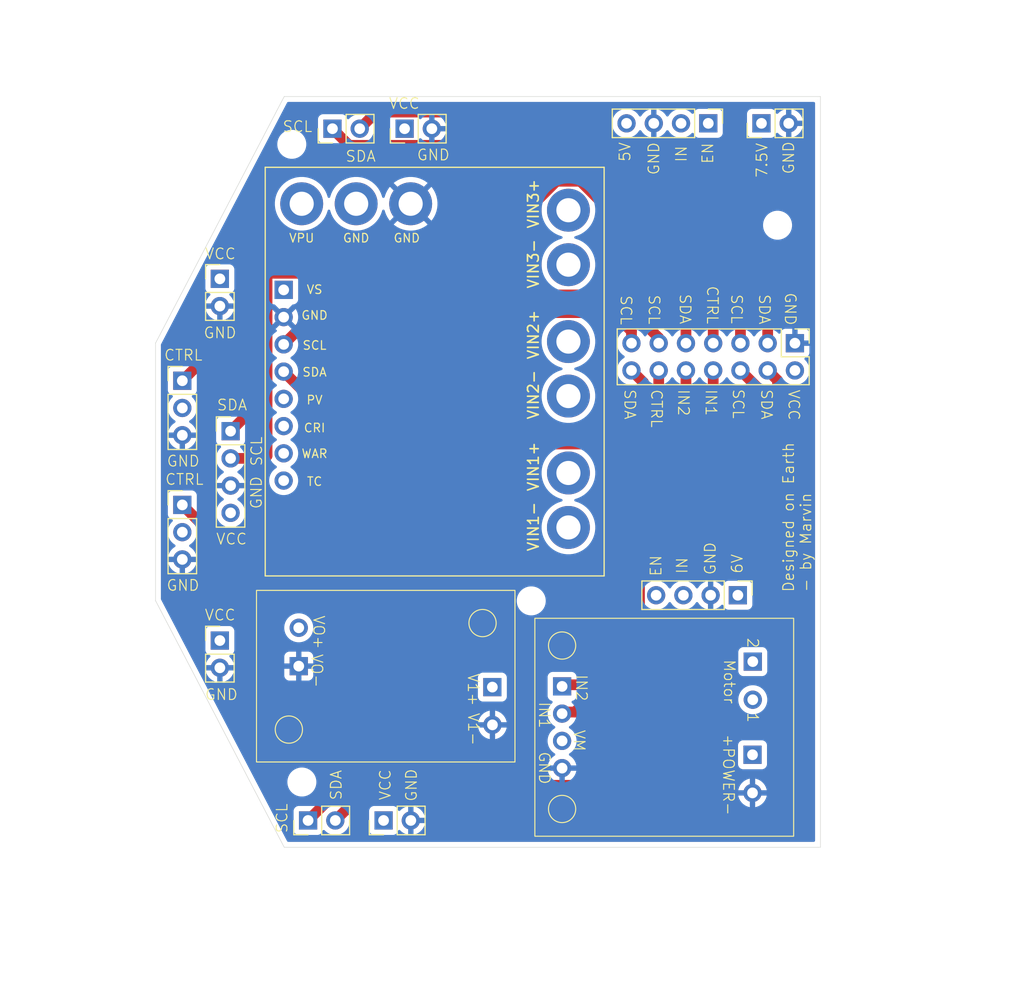
<source format=kicad_pcb>
(kicad_pcb (version 20241229) (generator "pcbnew") (generator_version "9.0")
  (layers (0 "F.Cu" signal) (4 "In1.Cu" signal) (6 "In2.Cu" signal) (2 "B.Cu" signal) (13 "F.Paste" user) (15 "B.Paste" user) (5 "F.SilkS" user "F.Silkscreen") (7 "B.SilkS" user "B.Silkscreen") (1 "F.Mask" user) (3 "B.Mask" user) (25 "Edge.Cuts" user))
  (net 0 "")
  (net 2 "Net-(J1-Pin_3)")
  (net 4 "Net-(U1-VI+)")
  (net 11 "GND")
  (net 12 "+7.5V")
  (net 13 "+5V")
  (net 15 "Net-(J1-Pin_1)")
  (net 16 "Net-(U2-POWER+)")
  (net 17 "Net-(J2-Pin_11)")
  (net 18 "Net-(J2-Pin_12)")
  (net 19 "Net-(J2-Pin_6)")
  (net 20 "Net-(J2-Pin_4)")
  (net 21 "Net-(J2-Pin_8)")
  (net 22 "Net-(J2-Pin_10)")
  (net 23 "Net-(J2-Pin_13)")
  (net 24 "Net-(J2-Pin_3)")
  (net 25 "Net-(J2-Pin_5)")
  (net 26 "Net-(J2-Pin_14)")
  (net 27 "Net-(J2-Pin_7)")
  (net 28 "Net-(J2-Pin_9)")
  (net 29 "+5V (1)")
  (footprint "anti_reverse:anti_reverse" (layer "F.Cu") (at 170.516 107.048 -90)
    (property "Reference" "U1" (hide yes))
    (property "Value" "~" (hide yes))
    (fp_rect (start 0 0) (end 16 24.1) (stroke (width 0.1)) (fill no) (layer "F.SilkS"))
    (fp_circle (center 12.9794 21.082) (end 11.7094 21.082) (stroke (width 0.1)) (fill no) (layer "F.SilkS"))
    (fp_circle (center 3.048 3.0226) (end 4.318 3.0226) (stroke (width 0.1)) (fill no) (layer "F.SilkS"))
    (fp_text user "VO-" (at 5.8674 19.05 270) (layer "F.SilkS") (effects (font (thickness 0.1)) (justify left bottom)))
    (fp_text user "V1+" (at 7.6708 4.4704 270) (layer "F.SilkS") (effects (font (thickness 0.1)) (justify left bottom)))
    (fp_text user "V1-" (at 11.3538 4.445 270) (layer "F.SilkS") (effects (font (thickness 0.1)) (justify left bottom)))
    (pad "1" thru_hole oval (at 12.54 2.1) (size 1.7 1.7) (drill 1) (layers "*.Cu" "*.Mask") (net 11 "GND"))
    (pad "2" thru_hole rect (at 9.017 2.1082) (size 1.7 1.7) (drill 1) (layers "*.Cu" "*.Mask") (net 4 "Net-(U1-VI+)"))
    (pad "3" thru_hole oval (at 3.4874 20.1594 180) (size 1.7 1.7) (drill 1) (layers "*.Cu" "*.Mask") (net 2 "Net-(J1-Pin_3)"))
    (pad "4" thru_hole rect (at 7.0612 20.1594 180) (size 1.7 1.7) (drill 1) (layers "*.Cu" "*.Mask") (net 11 "GND"))
  )
  (footprint "Connector_PinHeader_2.54mm:PinHeader_1x02_P2.54mm_Vertical" (layer "F.Cu") (at 143 78)
    (property "Reference" "J13" (hide yes))
    (property "Value" "Conn_01x02_Pin")
    (fp_line (start -1.33 -1.33) (end 0 -1.33) (stroke (width 0.12)) (layer "F.SilkS"))
    (fp_line (start -1.33 0) (end -1.33 -1.33) (stroke (width 0.12)) (layer "F.SilkS"))
    (fp_line (start -1.33 1.27) (end -1.33 3.87) (stroke (width 0.12)) (layer "F.SilkS"))
    (fp_line (start -1.33 1.27) (end 1.33 1.27) (stroke (width 0.12)) (layer "F.SilkS"))
    (fp_line (start -1.33 3.87) (end 1.33 3.87) (stroke (width 0.12)) (layer "F.SilkS"))
    (fp_line (start 1.33 1.27) (end 1.33 3.87) (stroke (width 0.12)) (layer "F.SilkS"))
    (pad "1" thru_hole rect (at 0 0) (size 1.7 1.7) (drill 1) (layers "*.Cu" "*.Mask") (net 29 "+5V (1)"))
    (pad "2" thru_hole oval (at 0 2.54) (size 1.7 1.7) (drill 1) (layers "*.Cu" "*.Mask") (net 11 "GND"))
  )
  (footprint "Connector_PinHeader_2.54mm:PinHeader_1x02_P2.54mm_Vertical" (layer "F.Cu") (at 158.265 128.5 90)
    (property "Reference" "J22" (hide yes))
    (property "Value" "Conn_01x02_Pin")
    (fp_line (start -1.33 -1.33) (end 0 -1.33) (stroke (width 0.12)) (layer "F.SilkS"))
    (fp_line (start -1.33 0) (end -1.33 -1.33) (stroke (width 0.12)) (layer "F.SilkS"))
    (fp_line (start 1.33 1.27) (end 1.33 3.87) (stroke (width 0.12)) (layer "F.SilkS"))
    (fp_line (start -1.33 1.27) (end 1.33 1.27) (stroke (width 0.12)) (layer "F.SilkS"))
    (fp_line (start -1.33 1.27) (end -1.33 3.87) (stroke (width 0.12)) (layer "F.SilkS"))
    (fp_line (start -1.33 3.87) (end 1.33 3.87) (stroke (width 0.12)) (layer "F.SilkS"))
    (pad "1" thru_hole rect (at 0 0 90) (size 1.7 1.7) (drill 1) (layers "*.Cu" "*.Mask") (net 29 "+5V (1)"))
    (pad "2" thru_hole oval (at 0 2.54 90) (size 1.7 1.7) (drill 1) (layers "*.Cu" "*.Mask") (net 11 "GND"))
  )
  (footprint "Connector_PinHeader_2.54mm:PinHeader_2x07_P2.54mm_Vertical" (layer "F.Cu") (at 196.62 84 -90)
    (property "Reference" "J2" (hide yes))
    (property "Value" "Conn_02x07_Odd_Even")
    (fp_line (start -1.33 16.57) (end 3.87 16.57) (stroke (width 0.12)) (layer "F.SilkS"))
    (fp_line (start -1.33 1.27) (end -1.33 16.57) (stroke (width 0.12)) (layer "F.SilkS"))
    (fp_line (start -1.33 1.27) (end 1.27 1.27) (stroke (width 0.12)) (layer "F.SilkS"))
    (fp_line (start 1.27 1.27) (end 1.27 -1.33) (stroke (width 0.12)) (layer "F.SilkS"))
    (fp_line (start -1.33 0) (end -1.33 -1.33) (stroke (width 0.12)) (layer "F.SilkS"))
    (fp_line (start -1.33 -1.33) (end 0 -1.33) (stroke (width 0.12)) (layer "F.SilkS"))
    (fp_line (start 1.27 -1.33) (end 3.87 -1.33) (stroke (width 0.12)) (layer "F.SilkS"))
    (fp_line (start 3.87 -1.33) (end 3.87 16.57) (stroke (width 0.12)) (layer "F.SilkS"))
    (pad "1" thru_hole rect (at 0 0 270) (size 1.7 1.7) (drill 1) (layers "*.Cu" "*.Mask") (net 11 "GND"))
    (pad "2" thru_hole oval (at 2.54 0 270) (size 1.7 1.7) (drill 1) (layers "*.Cu" "*.Mask") (net 29 "+5V (1)"))
    (pad "3" thru_hole oval (at 0 2.54 270) (size 1.7 1.7) (drill 1) (layers "*.Cu" "*.Mask") (net 24 "Net-(J2-Pin_3)"))
    (pad "4" thru_hole oval (at 2.54 2.54 270) (size 1.7 1.7) (drill 1) (layers "*.Cu" "*.Mask") (net 20 "Net-(J2-Pin_4)"))
    (pad "5" thru_hole oval (at 0 5.08 270) (size 1.7 1.7) (drill 1) (layers "*.Cu" "*.Mask") (net 25 "Net-(J2-Pin_5)"))
    (pad "6" thru_hole oval (at 2.54 5.08 270) (size 1.7 1.7) (drill 1) (layers "*.Cu" "*.Mask") (net 19 "Net-(J2-Pin_6)"))
    (pad "7" thru_hole oval (at 0 7.62 270) (size 1.7 1.7) (drill 1) (layers "*.Cu" "*.Mask") (net 27 "Net-(J2-Pin_7)"))
    (pad "8" thru_hole oval (at 2.54 7.62 270) (size 1.7 1.7) (drill 1) (layers "*.Cu" "*.Mask") (net 21 "Net-(J2-Pin_8)"))
    (pad "9" thru_hole oval (at 0 10.16 270) (size 1.7 1.7) (drill 1) (layers "*.Cu" "*.Mask") (net 28 "Net-(J2-Pin_9)"))
    (pad "10" thru_hole oval (at 2.54 10.16 270) (size 1.7 1.7) (drill 1) (layers "*.Cu" "*.Mask") (net 22 "Net-(J2-Pin_10)"))
    (pad "11" thru_hole oval (at 0 12.7 270) (size 1.7 1.7) (drill 1) (layers "*.Cu" "*.Mask") (net 17 "Net-(J2-Pin_11)"))
    (pad "12" thru_hole oval (at 2.54 12.7 270) (size 1.7 1.7) (drill 1) (layers "*.Cu" "*.Mask") (net 18 "Net-(J2-Pin_12)"))
    (pad "13" thru_hole oval (at 0 15.24 270) (size 1.7 1.7) (drill 1) (layers "*.Cu" "*.Mask") (net 23 "Net-(J2-Pin_13)"))
    (pad "14" thru_hole oval (at 2.54 15.24 270) (size 1.7 1.7) (drill 1) (layers "*.Cu" "*.Mask") (net 26 "Net-(J2-Pin_14)"))
  )
  (footprint "" (layer "F.Cu") (at 150.6474 124.9172)
    (property "Reference" "" (at 0 0 0) (layer "F.SilkS") (effects (font (size 1.27 1.27))))
    (property "Value" "")
    (pad "" np_thru_hole circle (at 0 0) (size 2.2 2.2) (drill 2.2) (layers "*.Cu" "*.Mask"))
  )
  (footprint "Connector_PinHeader_2.54mm:PinHeader_1x02_P2.54mm_Vertical" (layer "F.Cu") (at 153.5 64 90)
    (property "Reference" "J26" (hide yes))
    (property "Value" "Conn_01x02_Pin")
    (fp_line (start -1.33 -1.33) (end 0 -1.33) (stroke (width 0.12)) (layer "F.SilkS"))
    (fp_line (start -1.33 0) (end -1.33 -1.33) (stroke (width 0.12)) (layer "F.SilkS"))
    (fp_line (start 1.33 1.27) (end 1.33 3.87) (stroke (width 0.12)) (layer "F.SilkS"))
    (fp_line (start -1.33 1.27) (end 1.33 1.27) (stroke (width 0.12)) (layer "F.SilkS"))
    (fp_line (start -1.33 1.27) (end -1.33 3.87) (stroke (width 0.12)) (layer "F.SilkS"))
    (fp_line (start -1.33 3.87) (end 1.33 3.87) (stroke (width 0.12)) (layer "F.SilkS"))
    (pad "1" thru_hole rect (at 0 0 90) (size 1.7 1.7) (drill 1) (layers "*.Cu" "*.Mask") (net 25 "Net-(J2-Pin_5)"))
    (pad "2" thru_hole oval (at 0 2.54 90) (size 1.7 1.7) (drill 1) (layers "*.Cu" "*.Mask") (net 24 "Net-(J2-Pin_3)"))
  )
  (footprint "MountingHole:MountingHole_2.2mm_M2" (layer "F.Cu") (at 195 73)
    (property "Reference" "REF**" (hide yes))
    (property "Value" "MountingHole_2.2mm_M2")
    (pad "" np_thru_hole circle (at 0 0) (size 2.2 2.2) (drill 2.2) (layers "*.Cu" "*.Mask"))
  )
  (footprint "Connector_PinHeader_2.54mm:PinHeader_1x02_P2.54mm_Vertical" (layer "F.Cu") (at 151.225 128.5 90)
    (property "Reference" "J23" (hide yes))
    (property "Value" "Conn_01x02_Pin")
    (fp_line (start -1.33 -1.33) (end 0 -1.33) (stroke (width 0.12)) (layer "F.SilkS"))
    (fp_line (start -1.33 0) (end -1.33 -1.33) (stroke (width 0.12)) (layer "F.SilkS"))
    (fp_line (start 1.33 1.27) (end 1.33 3.87) (stroke (width 0.12)) (layer "F.SilkS"))
    (fp_line (start -1.33 1.27) (end 1.33 1.27) (stroke (width 0.12)) (layer "F.SilkS"))
    (fp_line (start -1.33 1.27) (end -1.33 3.87) (stroke (width 0.12)) (layer "F.SilkS"))
    (fp_line (start -1.33 3.87) (end 1.33 3.87) (stroke (width 0.12)) (layer "F.SilkS"))
    (pad "1" thru_hole rect (at 0 0 90) (size 1.7 1.7) (drill 1) (layers "*.Cu" "*.Mask") (net 19 "Net-(J2-Pin_6)"))
    (pad "2" thru_hole oval (at 0 2.54 90) (size 1.7 1.7) (drill 1) (layers "*.Cu" "*.Mask") (net 20 "Net-(J2-Pin_4)"))
  )
  (footprint "Connector_PinHeader_2.54mm:PinHeader_1x02_P2.54mm_Vertical" (layer "F.Cu") (at 193.5 63.5 90)
    (property "Reference" "J3" (hide yes))
    (property "Value" "Conn_01x02_Pin")
    (fp_line (start -1.33 -1.33) (end 0 -1.33) (stroke (width 0.12)) (layer "F.SilkS"))
    (fp_line (start -1.33 0) (end -1.33 -1.33) (stroke (width 0.12)) (layer "F.SilkS"))
    (fp_line (start 1.33 1.27) (end 1.33 3.87) (stroke (width 0.12)) (layer "F.SilkS"))
    (fp_line (start -1.33 1.27) (end 1.33 1.27) (stroke (width 0.12)) (layer "F.SilkS"))
    (fp_line (start -1.33 1.27) (end -1.33 3.87) (stroke (width 0.12)) (layer "F.SilkS"))
    (fp_line (start -1.33 3.87) (end 1.33 3.87) (stroke (width 0.12)) (layer "F.SilkS"))
    (pad "1" thru_hole rect (at 0 0 90) (size 1.7 1.7) (drill 1) (layers "*.Cu" "*.Mask") (net 12 "+7.5V"))
    (pad "2" thru_hole oval (at 0 2.54 90) (size 1.7 1.7) (drill 1) (layers "*.Cu" "*.Mask") (net 11 "GND"))
  )
  (footprint "Connector_PinHeader_2.54mm:PinHeader_1x03_P2.54mm_Vertical" (layer "F.Cu") (at 139.5 87.5)
    (property "Reference" "J21" (hide yes))
    (property "Value" "Conn_01x03_Pin")
    (fp_line (start -1.33 -1.33) (end 0 -1.33) (stroke (width 0.12)) (layer "F.SilkS"))
    (fp_line (start -1.33 0) (end -1.33 -1.33) (stroke (width 0.12)) (layer "F.SilkS"))
    (fp_line (start -1.33 1.27) (end -1.33 6.41) (stroke (width 0.12)) (layer "F.SilkS"))
    (fp_line (start -1.33 1.27) (end 1.33 1.27) (stroke (width 0.12)) (layer "F.SilkS"))
    (fp_line (start -1.33 6.41) (end 1.33 6.41) (stroke (width 0.12)) (layer "F.SilkS"))
    (fp_line (start 1.33 1.27) (end 1.33 6.41) (stroke (width 0.12)) (layer "F.SilkS"))
    (pad "1" thru_hole rect (at 0 0) (size 1.7 1.7) (drill 1) (layers "*.Cu" "*.Mask") (net 27 "Net-(J2-Pin_7)"))
    (pad "2" thru_hole oval (at 0 2.54) (size 1.7 1.7) (drill 1) (layers "*.Cu" "*.Mask") (net 29 "+5V (1)"))
    (pad "3" thru_hole oval (at 0 5.08) (size 1.7 1.7) (drill 1) (layers "*.Cu" "*.Mask") (net 11 "GND"))
  )
  (footprint "Connector_PinHeader_2.54mm:PinHeader_1x04_P2.54mm_Vertical" (layer "F.Cu") (at 191.3 107.5 -90)
    (property "Reference" "J1" (hide yes))
    (property "Value" "Conn_01x04_Pin")
    (fp_line (start -1.33 8.95) (end 1.33 8.95) (stroke (width 0.12)) (layer "F.SilkS"))
    (fp_line (start -1.33 1.27) (end -1.33 8.95) (stroke (width 0.12)) (layer "F.SilkS"))
    (fp_line (start -1.33 1.27) (end 1.33 1.27) (stroke (width 0.12)) (layer "F.SilkS"))
    (fp_line (start 1.33 1.27) (end 1.33 8.95) (stroke (width 0.12)) (layer "F.SilkS"))
    (fp_line (start -1.33 0) (end -1.33 -1.33) (stroke (width 0.12)) (layer "F.SilkS"))
    (fp_line (start -1.33 -1.33) (end 0 -1.33) (stroke (width 0.12)) (layer "F.SilkS"))
    (pad "1" thru_hole rect (at 0 0 270) (size 1.7 1.7) (drill 1) (layers "*.Cu" "*.Mask") (net 15 "Net-(J1-Pin_1)"))
    (pad "2" thru_hole oval (at 0 2.54 270) (size 1.7 1.7) (drill 1) (layers "*.Cu" "*.Mask") (net 11 "GND"))
    (pad "3" thru_hole oval (at 0 5.08 270) (size 1.7 1.7) (drill 1) (layers "*.Cu" "*.Mask") (net 2 "Net-(J1-Pin_3)"))
    (pad "4" thru_hole oval (at 0 7.62 270) (size 1.7 1.7) (drill 1) (layers "*.Cu" "*.Mask"))
  )
  (footprint "DRV8871:DRV8871" (layer "F.Cu") (at 196.5 109.65 -90)
    (property "Reference" "U2" (hide yes))
    (property "Value" "~" (hide yes))
    (fp_rect (start 0 0) (end 20.32 24.13) (stroke (width 0.1)) (fill no) (layer "F.SilkS"))
    (fp_circle (center 2.54 21.59) (end 3.81 21.59) (stroke (width 0.1)) (fill no) (layer "F.SilkS"))
    (fp_circle (center 17.78 21.59) (end 19.05 21.59) (stroke (width 0.1)) (fill no) (layer "F.SilkS"))
    (fp_text user "GND" (at 12.3698 23.8252 270) (layer "F.SilkS") (effects (font (thickness 0.1)) (justify left bottom)))
    (fp_text user "VM" (at 10.3378 20.574 270) (layer "F.SilkS") (effects (font (thickness 0.1)) (justify left bottom)))
    (fp_text user "2" (at 1.7526 4.3942 270) (layer "F.SilkS") (effects (font (thickness 0.1)) (justify left bottom)))
    (fp_text user "IN2" (at 5.1816 20.3708 270) (layer "F.SilkS") (effects (font (thickness 0.1)) (justify left bottom)))
    (fp_text user "Motor" (at 3.7846 6.5786 270) (layer "F.SilkS") (effects (font (thickness 0.1)) (justify left bottom)))
    (fp_text user "1" (at 8.7122 4.3942 270) (layer "F.SilkS") (effects (font (thickness 0.1)) (justify left bottom)))
    (fp_text user "IN1" (at 7.7216 23.8252 270) (layer "F.SilkS") (effects (font (thickness 0.1)) (justify left bottom)))
    (fp_text user "+POWER-" (at 10.7442 6.6548 270) (layer "F.SilkS") (effects (font (thickness 0.1)) (justify left bottom)))
    (pad "1" thru_hole oval (at 13.97 21.59) (size 1.7 1.7) (drill 1) (layers "*.Cu" "*.Mask") (net 11 "GND"))
    (pad "2" thru_hole oval (at 11.43 21.59) (size 1.7 1.7) (drill 1) (layers "*.Cu" "*.Mask"))
    (pad "3" thru_hole oval (at 8.89 21.59) (size 1.7 1.7) (drill 1) (layers "*.Cu" "*.Mask") (net 21 "Net-(J2-Pin_8)"))
    (pad "4" thru_hole rect (at 6.35 21.59) (size 1.7 1.7) (drill 1) (layers "*.Cu" "*.Mask") (net 22 "Net-(J2-Pin_10)"))
    (pad "5" thru_hole rect (at 4.0386 3.81) (size 1.7 1.7) (drill 1) (layers "*.Cu" "*.Mask"))
    (pad "6" thru_hole oval (at 7.5946 3.81) (size 1.7 1.7) (drill 1) (layers "*.Cu" "*.Mask"))
    (pad "7" thru_hole rect (at 12.7254 3.8354 180) (size 1.7 1.7) (drill 1) (layers "*.Cu" "*.Mask") (net 16 "Net-(U2-POWER+)"))
    (pad "8" thru_hole oval (at 16.2814 3.8354 180) (size 1.7 1.7) (drill 1) (layers "*.Cu" "*.Mask") (net 11 "GND"))
  )
  (footprint "Connector_PinHeader_2.54mm:PinHeader_1x03_P2.54mm_Vertical" (layer "F.Cu") (at 139.5 99.08)
    (property "Reference" "J24" (hide yes))
    (property "Value" "Conn_01x03_Pin")
    (fp_line (start -1.33 -1.33) (end 0 -1.33) (stroke (width 0.12)) (layer "F.SilkS"))
    (fp_line (start -1.33 0) (end -1.33 -1.33) (stroke (width 0.12)) (layer "F.SilkS"))
    (fp_line (start -1.33 1.27) (end -1.33 6.41) (stroke (width 0.12)) (layer "F.SilkS"))
    (fp_line (start -1.33 1.27) (end 1.33 1.27) (stroke (width 0.12)) (layer "F.SilkS"))
    (fp_line (start -1.33 6.41) (end 1.33 6.41) (stroke (width 0.12)) (layer "F.SilkS"))
    (fp_line (start 1.33 1.27) (end 1.33 6.41) (stroke (width 0.12)) (layer "F.SilkS"))
    (pad "1" thru_hole rect (at 0 0) (size 1.7 1.7) (drill 1) (layers "*.Cu" "*.Mask") (net 18 "Net-(J2-Pin_12)"))
    (pad "2" thru_hole oval (at 0 2.54) (size 1.7 1.7) (drill 1) (layers "*.Cu" "*.Mask") (net 29 "+5V (1)"))
    (pad "3" thru_hole oval (at 0 5.08) (size 1.7 1.7) (drill 1) (layers "*.Cu" "*.Mask") (net 11 "GND"))
  )
  (footprint "Connector_PinHeader_2.54mm:PinHeader_1x04_P2.54mm_Vertical" (layer "F.Cu") (at 144 92.2)
    (property "Reference" "J25" (hide yes))
    (property "Value" "Conn_01x04_Pin")
    (fp_line (start -1.33 -1.33) (end 0 -1.33) (stroke (width 0.12)) (layer "F.SilkS"))
    (fp_line (start -1.33 0) (end -1.33 -1.33) (stroke (width 0.12)) (layer "F.SilkS"))
    (fp_line (start -1.33 1.27) (end -1.33 8.95) (stroke (width 0.12)) (layer "F.SilkS"))
    (fp_line (start -1.33 1.27) (end 1.33 1.27) (stroke (width 0.12)) (layer "F.SilkS"))
    (fp_line (start -1.33 8.95) (end 1.33 8.95) (stroke (width 0.12)) (layer "F.SilkS"))
    (fp_line (start 1.33 1.27) (end 1.33 8.95) (stroke (width 0.12)) (layer "F.SilkS"))
    (pad "1" thru_hole rect (at 0 0) (size 1.7 1.7) (drill 1) (layers "*.Cu" "*.Mask") (net 28 "Net-(J2-Pin_9)"))
    (pad "2" thru_hole oval (at 0 2.54) (size 1.7 1.7) (drill 1) (layers "*.Cu" "*.Mask") (net 17 "Net-(J2-Pin_11)"))
    (pad "3" thru_hole oval (at 0 5.08) (size 1.7 1.7) (drill 1) (layers "*.Cu" "*.Mask") (net 11 "GND"))
    (pad "4" thru_hole oval (at 0 7.62) (size 1.7 1.7) (drill 1) (layers "*.Cu" "*.Mask") (net 29 "+5V (1)"))
  )
  (footprint "Connector_PinHeader_2.54mm:PinHeader_1x04_P2.54mm_Vertical" (layer "F.Cu") (at 188.54 63.5 -90)
    (property "Reference" "J14" (hide yes))
    (property "Value" "Conn_01x04_Pin")
    (fp_line (start -1.33 8.95) (end 1.33 8.95) (stroke (width 0.12)) (layer "F.SilkS"))
    (fp_line (start -1.33 1.27) (end -1.33 8.95) (stroke (width 0.12)) (layer "F.SilkS"))
    (fp_line (start -1.33 1.27) (end 1.33 1.27) (stroke (width 0.12)) (layer "F.SilkS"))
    (fp_line (start 1.33 1.27) (end 1.33 8.95) (stroke (width 0.12)) (layer "F.SilkS"))
    (fp_line (start -1.33 0) (end -1.33 -1.33) (stroke (width 0.12)) (layer "F.SilkS"))
    (fp_line (start -1.33 -1.33) (end 0 -1.33) (stroke (width 0.12)) (layer "F.SilkS"))
    (pad "1" thru_hole rect (at 0 0 270) (size 1.7 1.7) (drill 1) (layers "*.Cu" "*.Mask"))
    (pad "2" thru_hole oval (at 0 2.54 270) (size 1.7 1.7) (drill 1) (layers "*.Cu" "*.Mask") (net 2 "Net-(J1-Pin_3)"))
    (pad "3" thru_hole oval (at 0 5.08 270) (size 1.7 1.7) (drill 1) (layers "*.Cu" "*.Mask") (net 11 "GND"))
    (pad "4" thru_hole oval (at 0 7.62 270) (size 1.7 1.7) (drill 1) (layers "*.Cu" "*.Mask") (net 13 "+5V"))
  )
  (footprint "" (layer "F.Cu") (at 149.7076 65.4558)
    (property "Reference" "" (at 0 0 0) (layer "F.SilkS") (effects (font (size 1.27 1.27))))
    (property "Value" "")
    (pad "" np_thru_hole circle (at 0 0) (size 2.2 2.2) (drill 2.2) (layers "*.Cu" "*.Mask"))
  )
  (footprint "" (layer "F.Cu") (at 172.0342 108.0262)
    (property "Reference" "" (at 0 0 0) (layer "F.SilkS") (effects (font (size 1.27 1.27))))
    (property "Value" "")
    (pad "" np_thru_hole circle (at 0 0) (size 2.2 2.2) (drill 2.2) (layers "*.Cu" "*.Mask"))
  )
  (footprint "Connector_PinHeader_2.54mm:PinHeader_1x02_P2.54mm_Vertical" (layer "F.Cu") (at 160.225 64 90)
    (property "Reference" "J27" (hide yes))
    (property "Value" "Conn_01x02_Pin")
    (fp_line (start -1.33 -1.33) (end 0 -1.33) (stroke (width 0.12)) (layer "F.SilkS"))
    (fp_line (start -1.33 0) (end -1.33 -1.33) (stroke (width 0.12)) (layer "F.SilkS"))
    (fp_line (start 1.33 1.27) (end 1.33 3.87) (stroke (width 0.12)) (layer "F.SilkS"))
    (fp_line (start -1.33 1.27) (end 1.33 1.27) (stroke (width 0.12)) (layer "F.SilkS"))
    (fp_line (start -1.33 1.27) (end -1.33 3.87) (stroke (width 0.12)) (layer "F.SilkS"))
    (fp_line (start -1.33 3.87) (end 1.33 3.87) (stroke (width 0.12)) (layer "F.SilkS"))
    (pad "1" thru_hole rect (at 0 0 90) (size 1.7 1.7) (drill 1) (layers "*.Cu" "*.Mask") (net 29 "+5V (1)"))
    (pad "2" thru_hole oval (at 0 2.54 90) (size 1.7 1.7) (drill 1) (layers "*.Cu" "*.Mask") (net 11 "GND"))
  )
  (footprint "ina3221:INA3221_Module" (layer "F.Cu") (at 149.01 79 90)
    (property "Reference" "U4" (hide yes))
    (property "Value" "~")
    (fp_line (start 11.4 -1.78) (end 11.4 29.82) (stroke (width 0.12)) (layer "F.SilkS"))
    (fp_line (start -26.7 -1.78) (end 11.4 -1.78) (stroke (width 0.12)) (layer "F.SilkS"))
    (fp_line (start 11.4 29.82) (end -26.7 29.82) (stroke (width 0.12)) (layer "F.SilkS"))
    (fp_line (start -26.7 29.82) (end -26.7 -1.78) (stroke (width 0.12)) (layer "F.SilkS"))
    (fp_text user "SDA" (at -7.7 2.82 0) (layer "F.SilkS") (effects (font (size 0.8 0.8) (thickness 0.11))))
    (fp_text user "GND" (at 4.8 6.7 0) (layer "F.SilkS") (effects (font (size 0.8 0.8) (thickness 0.11))))
    (fp_text user "VIN2-" (at -9.8 23.22 90) (layer "F.SilkS"))
    (fp_text user "GND" (at -2.4 2.82 0) (layer "F.SilkS") (effects (font (size 0.8 0.8) (thickness 0.11))))
    (fp_text user "VIN2+" (at -4.2 23.22 90) (layer "F.SilkS"))
    (fp_text user "VS" (at 0 2.82 0) (layer "F.SilkS") (effects (font (size 0.8 0.8) (thickness 0.11))))
    (fp_text user "VIN1+" (at -16.5 23.22 90) (layer "F.SilkS"))
    (fp_text user "VIN3+" (at 8 23.22 90) (layer "F.SilkS"))
    (fp_text user "TC" (at -17.9 2.82 0) (layer "F.SilkS") (effects (font (size 0.8 0.8) (thickness 0.11))))
    (fp_text user "CRI" (at -12.9 2.82 0) (layer "F.SilkS") (effects (font (size 0.8 0.8) (thickness 0.11))))
    (fp_text user "WAR" (at -15.3 2.82 0) (layer "F.SilkS") (effects (font (size 0.8 0.8) (thickness 0.11))))
    (fp_text user "VPU" (at 4.8 1.62 0) (layer "F.SilkS") (effects (font (size 0.8 0.8) (thickness 0.11))))
    (fp_text user "VIN3-" (at 2.4 23.22 90) (layer "F.SilkS"))
    (fp_text user "VIN1-" (at -22.1 23.22 90) (layer "F.SilkS"))
    (fp_text user "PV" (at -10.3 2.82 0) (layer "F.SilkS") (effects (font (size 0.8 0.8) (thickness 0.11))))
    (fp_text user "GND" (at 4.8 11.42 0) (layer "F.SilkS") (effects (font (size 0.8 0.8) (thickness 0.11))))
    (fp_text user "SCL" (at -5.2 2.82 0) (layer "F.SilkS") (effects (font (size 0.8 0.8) (thickness 0.11))))
    (pad "1" thru_hole rect (at -0.03 -0.06 270) (size 1.7 1.7) (drill 1) (layers "*.Cu" "*.Mask") (net 29 "+5V (1)"))
    (pad "2" thru_hole circle (at -2.57 -0.06 270) (size 1.7 1.7) (drill 1) (layers "*.Cu" "*.Mask") (net 11 "GND"))
    (pad "3" thru_hole circle (at -5.11 -0.06 270) (size 1.7 1.7) (drill 1) (layers "*.Cu" "*.Mask") (net 23 "Net-(J2-Pin_13)"))
    (pad "4" thru_hole circle (at -7.65 -0.06 270) (size 1.7 1.7) (drill 1) (layers "*.Cu" "*.Mask") (net 26 "Net-(J2-Pin_14)"))
    (pad "5" thru_hole circle (at -10.19 -0.06 270) (size 1.7 1.7) (drill 1) (layers "*.Cu" "*.Mask"))
    (pad "6" thru_hole circle (at -12.73 -0.06 270) (size 1.7 1.7) (drill 1) (layers "*.Cu" "*.Mask"))
    (pad "7" thru_hole circle (at -15.27 -0.06 270) (size 1.7 1.7) (drill 1) (layers "*.Cu" "*.Mask"))
    (pad "8" thru_hole circle (at -17.81 -0.06 270) (size 1.7 1.7) (drill 1) (layers "*.Cu" "*.Mask"))
    (pad "9" thru_hole circle (at 8 1.62 270) (size 4 4) (drill 2.25) (layers "*.Cu" "*.Mask"))
    (pad "10" thru_hole circle (at 8 6.7 270) (size 4 4) (drill 2.25) (layers "*.Cu" "*.Mask"))
    (pad "11" thru_hole circle (at 8 11.78 270) (size 4 4) (drill 2.25) (layers "*.Cu" "*.Mask") (net 11 "GND"))
    (pad "12" thru_hole circle (at 7.4 26.49 270) (size 4 4) (drill 2.25) (layers "*.Cu" "*.Mask") (net 12 "+7.5V"))
    (pad "13" thru_hole circle (at 2.32 26.49 270) (size 4 4) (drill 2.25) (layers "*.Cu" "*.Mask") (net 4 "Net-(U1-VI+)"))
    (pad "14" thru_hole circle (at -4.85 26.49 270) (size 4 4) (drill 2.25) (layers "*.Cu" "*.Mask") (net 15 "Net-(J1-Pin_1)"))
    (pad "15" thru_hole circle (at -9.93 26.49 270) (size 4 4) (drill 2.25) (layers "*.Cu" "*.Mask") (net 16 "Net-(U2-POWER+)"))
    (pad "16" thru_hole circle (at -17.1 26.49 270) (size 4 4) (drill 2.25) (layers "*.Cu" "*.Mask") (net 13 "+5V"))
    (pad "17" thru_hole circle (at -22.18 26.49 270) (size 4 4) (drill 2.25) (layers "*.Cu" "*.Mask") (net 29 "+5V (1)"))
  )
  (footprint "Connector_PinHeader_2.54mm:PinHeader_1x02_P2.54mm_Vertical" (layer "F.Cu") (at 143 111.725)
    (property "Reference" "J20" (hide yes))
    (property "Value" "Conn_01x02_Pin")
    (fp_line (start -1.33 -1.33) (end 0 -1.33) (stroke (width 0.12)) (layer "F.SilkS"))
    (fp_line (start -1.33 0) (end -1.33 -1.33) (stroke (width 0.12)) (layer "F.SilkS"))
    (fp_line (start -1.33 1.27) (end -1.33 3.87) (stroke (width 0.12)) (layer "F.SilkS"))
    (fp_line (start -1.33 1.27) (end 1.33 1.27) (stroke (width 0.12)) (layer "F.SilkS"))
    (fp_line (start -1.33 3.87) (end 1.33 3.87) (stroke (width 0.12)) (layer "F.SilkS"))
    (fp_line (start 1.33 1.27) (end 1.33 3.87) (stroke (width 0.12)) (layer "F.SilkS"))
    (pad "1" thru_hole rect (at 0 0) (size 1.7 1.7) (drill 1) (layers "*.Cu" "*.Mask") (net 29 "+5V (1)"))
    (pad "2" thru_hole oval (at 0 2.54) (size 1.7 1.7) (drill 1) (layers "*.Cu" "*.Mask") (net 11 "GND"))
  )
  (gr_line (start 149 131) (end 137 108) (stroke (width 0.05)) (layer "Edge.Cuts"))
  (gr_line (start 199 61) (end 199 131) (stroke (width 0.05)) (layer "Edge.Cuts"))
  (gr_line (start 137 84) (end 149 61) (stroke (width 0.05)) (layer "Edge.Cuts"))
  (gr_line (start 137 108) (end 137 84) (stroke (width 0.05)) (layer "Edge.Cuts"))
  (gr_line (start 149 61) (end 199 61) (stroke (width 0.05)) (layer "Edge.Cuts"))
  (gr_line (start 199 131) (end 149 131) (stroke (width 0.05)) (layer "Edge.Cuts"))
  (gr_text "VCC" (at 141.5288 109.9312 0) (layer "F.SilkS") (effects (font (size 1 1) (thickness 0.1)) (justify left bottom)))
  (gr_text "GND" (at 195.6054 79.2226 270) (layer "F.SilkS") (effects (font (size 1 1) (thickness 0.1)) (justify left bottom)))
  (gr_text "GND" (at 184.0484 68.3768 90) (layer "F.SilkS") (effects (font (size 1 1) (thickness 0.1)) (justify left bottom)))
  (gr_text "GND" (at 141.4272 83.6168 0) (layer "F.SilkS") (effects (font (size 1 1) (thickness 0.1)) (justify left bottom)))
  (gr_text "Designed on Earth \n- by Marvin" (at 198.2216 107.2642 90) (layer "F.SilkS") (effects (font (size 1 1) (thickness 0.1)) (justify left bottom)))
  (gr_text "VCC" (at 142.5956 102.8446 0) (layer "F.SilkS") (effects (font (size 1 1) (thickness 0.1)) (justify left bottom)))
  (gr_text "SCL" (at 147.0152 95.5294 90) (layer "F.SilkS") (effects (font (size 1 1) (thickness 0.1)) (justify left bottom)))
  (gr_text "VCC" (at 195.9356 88.265 270) (layer "F.SilkS") (effects (font (size 1 1) (thickness 0.1)) (justify left bottom)))
  (gr_text "SCL" (at 182.9054 79.4258 270) (layer "F.SilkS") (effects (font (size 1 1) (thickness 0.1)) (justify left bottom)))
  (gr_text "CTRL" (at 137.8458 97.282 0) (layer "F.SilkS") (effects (font (size 1 1) (thickness 0.1)) (justify left bottom)))
  (gr_text "VO+" (at 151.638 109.3216 270) (layer "F.SilkS") (effects (font (size 1 1) (thickness 0.1)) (justify left bottom)))
  (gr_text "VCC" (at 141.5542 76.2508 0) (layer "F.SilkS") (effects (font (size 1 1) (thickness 0.1)) (justify left bottom)))
  (gr_text "SDA" (at 180.6448 88.2396 270) (layer "F.SilkS") (effects (font (size 1 1) (thickness 0.1)) (justify left bottom)))
  (gr_text "SCL" (at 149.3774 129.7432 90) (layer "F.SilkS") (effects (font (size 1 1) (thickness 0.1)) (justify left bottom)))
  (gr_text "GND" (at 161.4424 126.7968 90) (layer "F.SilkS") (effects (font (size 1 1) (thickness 0.1)) (justify left bottom)))
  (gr_text "5V" (at 181.356 67.1322 90) (layer "F.SilkS") (effects (font (size 1 1) (thickness 0.1)) (justify left bottom)))
  (gr_text "SDA" (at 193.3956 88.2396 270) (layer "F.SilkS") (effects (font (size 1 1) (thickness 0.1)) (justify left bottom)))
  (gr_text "EN" (at 184.2516 105.791 90) (layer "F.SilkS") (effects (font (size 1 1) (thickness 0.1)) (justify left bottom)))
  (gr_text "EN" (at 189.0776 67.3354 90) (layer "F.SilkS") (effects (font (size 1 1) (thickness 0.1)) (justify left bottom)))
  (gr_text "GND" (at 196.6214 68.3006 90) (layer "F.SilkS") (effects (font (size 1 1) (thickness 0.1)) (justify left bottom)))
  (gr_text "SDA" (at 193.1924 79.375 270) (layer "F.SilkS") (effects (font (size 1 1) (thickness 0.1)) (justify left bottom)))
  (gr_text "SDA" (at 142.67 90.3478 0) (layer "F.SilkS") (effects (font (size 1 1) (thickness 0.1)) (justify left bottom)))
  (gr_text "GND" (at 146.9898 99.5172 90) (layer "F.SilkS") (effects (font (size 1 1) (thickness 0.1)) (justify left bottom)))
  (gr_text "GND" (at 161.3154 67.0306 0) (layer "F.SilkS") (effects (font (size 1 1) (thickness 0.1)) (justify left bottom)))
  (gr_text "SCL" (at 190.6016 79.375 270) (layer "F.SilkS") (effects (font (size 1 1) (thickness 0.1)) (justify left bottom)))
  (gr_text "GND" (at 141.5542 117.348 0) (layer "F.SilkS") (effects (font (size 1 1) (thickness 0.1)) (justify left bottom)))
  (gr_text "CTRL" (at 183.134 88.2396 270) (layer "F.SilkS") (effects (font (size 1 1) (thickness 0.1)) (justify left bottom)))
  (gr_text "IN" (at 186.69 105.5624 90) (layer "F.SilkS") (effects (font (size 1 1) (thickness 0.1)) (justify left bottom)))
  (gr_text "CTRL" (at 137.7442 85.6996 0) (layer "F.SilkS") (effects (font (size 1 1) (thickness 0.1)) (justify left bottom)))
  (gr_text "VCC" (at 159.004 126.6698 90) (layer "F.SilkS") (effects (font (size 1 1) (thickness 0.1)) (justify left bottom)))
  (gr_text "IN1" (at 188.214 88.2396 270) (layer "F.SilkS") (effects (font (size 1 1) (thickness 0.1)) (justify left bottom)))
  (gr_text "SDA" (at 185.801 79.3496 270) (layer "F.SilkS") (effects (font (size 1 1) (thickness 0.1)) (justify left bottom)))
  (gr_text "IN" (at 186.6138 67.183 90) (layer "F.SilkS") (effects (font (size 1 1) (thickness 0.1)) (justify left bottom)))
  (gr_text "GND" (at 137.9982 95.5802 0) (layer "F.SilkS") (effects (font (size 1 1) (thickness 0.1)) (justify left bottom)))
  (gr_text "7.5V" (at 194.1322 68.6308 90) (layer "F.SilkS") (effects (font (size 1 1) (thickness 0.1)) (justify left bottom)))
  (gr_text "VCC" (at 158.6992 62.23 0) (layer "F.SilkS") (effects (font (size 1 1) (thickness 0.1)) (justify left bottom)))
  (gr_text "SDA" (at 154.6606 67.1576 0) (layer "F.SilkS") (effects (font (size 1 1) (thickness 0.1)) (justify left bottom)))
  (gr_text "GND" (at 189.3062 105.664 90) (layer "F.SilkS") (effects (font (size 1 1) (thickness 0.1)) (justify left bottom)))
  (gr_text "GND" (at 137.9728 107.1626 0) (layer "F.SilkS") (effects (font (size 1 1) (thickness 0.1)) (justify left bottom)))
  (gr_text "SCL" (at 190.754 88.2142 270) (layer "F.SilkS") (effects (font (size 1 1) (thickness 0.1)) (justify left bottom)))
  (gr_text "6V" (at 191.8208 105.537 90) (layer "F.SilkS") (effects (font (size 1 1) (thickness 0.1)) (justify left bottom)))
  (gr_text "SDA" (at 154.432 126.6698 90) (layer "F.SilkS") (effects (font (size 1 1) (thickness 0.1)) (justify left bottom)))
  (gr_text "SCL" (at 180.2892 79.4766 270) (layer "F.SilkS") (effects (font (size 1 1) (thickness 0.1)) (justify left bottom)))
  (gr_text "SCL" (at 148.7932 64.389 0) (layer "F.SilkS") (effects (font (size 1 1) (thickness 0.1)) (justify left bottom)))
  (gr_text "IN2" (at 185.6486 88.2396 270) (layer "F.SilkS") (effects (font (size 1 1) (thickness 0.1)) (justify left bottom)))
  (gr_text "CTRL" (at 188.341 78.5876 270) (layer "F.SilkS") (effects (font (size 1 1) (thickness 0.1)) (justify left bottom)))
  (segment (start 183.92 83.5) (end 183.92 84) (width 1) (layer "F.Cu") (net 17))
  (segment (start 147 94.5) (end 146.76 94.74) (width 1) (layer "F.Cu") (net 17))
  (segment (start 146.76 94.74) (end 144 94.74) (width 1) (layer "F.Cu") (net 17))
  (segment (start 147.399 77.479) (end 147.399 94.5) (width 1) (layer "F.Cu") (net 17))
  (segment (start 179.92 79.5) (end 183.92 83.5) (width 1) (layer "F.Cu") (net 17))
  (segment (start 179.92 79.5) (end 152.522 79.5) (width 1) (layer "F.Cu") (net 17))
  (segment (start 147.399 94.5) (end 147 94.5) (width 1) (layer "F.Cu") (net 17))
  (segment (start 150.501 77.479) (end 147.399 77.479) (width 1) (layer "F.Cu") (net 17))
  (segment (start 152.522 79.5) (end 150.501 77.479) (width 1) (layer "F.Cu") (net 17))
  (segment (start 183.089614 102) (end 183.5 102) (width 1) (layer "F.Cu") (net 18))
  (segment (start 139.5 99.08) (end 146.42 106) (width 1) (layer "F.Cu") (net 18))
  (segment (start 183.92 86.54) (end 183.92 101.58) (width 1) (layer "F.Cu") (net 18))
  (segment (start 179.089614 106) (end 183.089614 102) (width 1) (layer "F.Cu") (net 18))
  (segment (start 146.42 106) (end 179.089614 106) (width 1) (layer "F.Cu") (net 18))
  (segment (start 183.92 101.58) (end 183.5 102) (width 1) (layer "F.Cu") (net 18))
  (segment (start 151.225 128.5) (end 154.502154 125.222846) (width 1) (layer "F.Cu") (net 19))
  (segment (start 189 113) (end 193.5 108.5) (width 1) (layer "F.Cu") (net 19))
  (segment (start 193.5 88.5) (end 191.54 86.54) (width 1) (layer "F.Cu") (net 19))
  (segment (start 193.5 108.5) (end 193.5 88.5) (width 1) (layer "F.Cu") (net 19))
  (segment (start 189 124.5) (end 189 113) (width 1) (layer "F.Cu") (net 19))
  (segment (start 188.277154 125.222846) (end 189 124.5) (width 1) (layer "F.Cu") (net 19))
  (segment (start 154.502154 125.222846) (end 188.277154 125.222846) (width 1) (layer "F.Cu") (net 19))
  (segment (start 195 127) (end 195 87.46) (width 1) (layer "F.Cu") (net 20))
  (segment (start 194 128) (end 195 127) (width 1) (layer "F.Cu") (net 20))
  (segment (start 153.765 128.5) (end 155.841154 126.423846) (width 1) (layer "F.Cu") (net 20))
  (segment (start 189.423846 126.423846) (end 191 128) (width 1) (layer "F.Cu") (net 20))
  (segment (start 195 87.46) (end 194.08 86.54) (width 1) (layer "F.Cu") (net 20))
  (segment (start 155.841154 126.423846) (end 189.423846 126.423846) (width 1) (layer "F.Cu") (net 20))
  (segment (start 191 128) (end 194 128) (width 1) (layer "F.Cu") (net 20))
  (segment (start 183.986554 104.5) (end 186.497471 104.5) (width 1) (layer "F.Cu") (net 21))
  (segment (start 174.91 118.39) (end 176.112081 118.39) (width 1) (layer "F.Cu") (net 21))
  (segment (start 186.497471 104.5) (end 189 101.997471) (width 1) (layer "F.Cu") (net 21))
  (segment (start 182.129 112.373081) (end 182.129 106.357554) (width 1) (layer "F.Cu") (net 21))
  (segment (start 182.129 106.357554) (end 183.986554 104.5) (width 1) (layer "F.Cu") (net 21))
  (segment (start 189 101.997471) (end 189 86.54) (width 1) (layer "F.Cu") (net 21))
  (segment (start 176.112081 118.39) (end 182.129 112.373081) (width 1) (layer "F.Cu") (net 21))
  (segment (start 174.91 115.85) (end 176.953611 115.85) (width 1) (layer "F.Cu") (net 22))
  (segment (start 176.953611 115.85) (end 180.928 111.875611) (width 1) (layer "F.Cu") (net 22))
  (segment (start 186.46 86.54) (end 186.46 102.839001) (width 1) (layer "F.Cu") (net 22))
  (segment (start 180.928 111.875611) (end 180.928001 105.860083) (width 1) (layer "F.Cu") (net 22))
  (segment (start 183.489084 103.299) (end 186 103.299001) (width 1) (layer "F.Cu") (net 22))
  (segment (start 186 103.299001) (end 186.46 102.839001) (width 1) (layer "F.Cu") (net 22))
  (segment (start 180.928001 105.860083) (end 183.489084 103.299) (width 1) (layer "F.Cu") (net 22))
  (segment (start 148.95 84.11) (end 151.911 81.149) (width 1) (layer "F.Cu") (net 23))
  (segment (start 179.649 81.149) (end 181.38 82.88) (width 1) (layer "F.Cu") (net 23))
  (segment (start 181.38 82.88) (end 181.38 84) (width 1) (layer "F.Cu") (net 23))
  (segment (start 151.911 81.149) (end 179.649 81.149) (width 1) (layer "F.Cu") (net 23))
  (segment (start 156.04 64) (end 157.591 62.449) (width 1) (layer "F.Cu") (net 24))
  (segment (start 194.08 81.264799) (end 194.08 84) (width 1) (layer "F.Cu") (net 24))
  (segment (start 175.264201 62.449) (end 194.08 81.264799) (width 1) (layer "F.Cu") (net 24))
  (segment (start 157.591 62.449) (end 175.264201 62.449) (width 1) (layer "F.Cu") (net 24))
  (segment (start 191.54 80.423269) (end 191.54 84) (width 1) (layer "F.Cu") (net 25))
  (segment (start 176.667731 65.551) (end 155.051 65.551) (width 1) (layer "F.Cu") (net 25))
  (segment (start 155.051 65.551) (end 153.5 64) (width 1) (layer "F.Cu") (net 25))
  (segment (start 191.54 80.423269) (end 176.667731 65.551) (width 1) (layer "F.Cu") (net 25))
  (segment (start 182.5 91.5) (end 180.601 93.399) (width 1) (layer "F.Cu") (net 26))
  (segment (start 155.699 93.399) (end 148.95 86.65) (width 1) (layer "F.Cu") (net 26))
  (segment (start 180.601 93.399) (end 155.699 93.399) (width 1) (layer "F.Cu") (net 26))
  (segment (start 182.5 91.5) (end 182.5 87.66) (width 1) (layer "F.Cu") (net 26))
  (segment (start 182.5 87.66) (end 181.38 86.54) (width 1) (layer "F.Cu") (net 26))
  (segment (start 189 79.581739) (end 189 84) (width 1) (layer "F.Cu") (net 27))
  (segment (start 146.40406 75.077) (end 166.504739 75.077) (width 1) (layer "F.Cu") (net 27))
  (segment (start 144.997001 82.002999) (end 144.997001 76.484059) (width 1) (layer "F.Cu") (net 27))
  (segment (start 166.504739 75.077) (end 173.883739 67.698) (width 1) (layer "F.Cu") (net 27))
  (segment (start 173.883739 67.698) (end 177.116262 67.698001) (width 1) (layer "F.Cu") (net 27))
  (segment (start 144.997001 76.484059) (end 146.40406 75.077) (width 1) (layer "F.Cu") (net 27))
  (segment (start 177.116262 67.698001) (end 189 79.581739) (width 1) (layer "F.Cu") (net 27))
  (segment (start 139.5 87.5) (end 144.997001 82.002999) (width 1) (layer "F.Cu") (net 27))
  (segment (start 186.46 78.740209) (end 186.46 84) (width 1) (layer "F.Cu") (net 28))
  (segment (start 186.46 78.740209) (end 176.618791 68.899) (width 1) (layer "F.Cu") (net 28))
  (segment (start 172.5 70.780209) (end 172.5 78.299) (width 1) (layer "F.Cu") (net 28))
  (segment (start 153.01947 78.299) (end 150.998471 76.278001) (width 1) (layer "F.Cu") (net 28))
  (segment (start 176.618791 68.899) (end 174.381209 68.899) (width 1) (layer "F.Cu") (net 28))
  (segment (start 146.90153 76.278) (end 146.198 76.98153) (width 1) (layer "F.Cu") (net 28))
  (segment (start 174.381209 68.899) (end 172.5 70.780209) (width 1) (layer "F.Cu") (net 28))
  (segment (start 146.198 90.002) (end 144 92.2) (width 1) (layer "F.Cu") (net 28))
  (segment (start 146.198 76.98153) (end 146.198 90.002) (width 1) (layer "F.Cu") (net 28))
  (segment (start 150.998471 76.278001) (end 146.90153 76.278) (width 1) (layer "F.Cu") (net 28))
  (segment (start 172.5 78.299) (end 153.01947 78.299) (width 1) (layer "F.Cu") (net 28))
  (zone (net 11) (net_name "GND") (layer "B.Cu") (connect_pads (clearance 0.5)) (min_thickness 0.25) (fill yes (thermal_gap 0.5) (thermal_bridge_width 0.5))
    (polygon (pts (xy 130 52.5) (xy 218 52) (xy 214 145.5) (xy 122.5 144)))
  )
)
</source>
